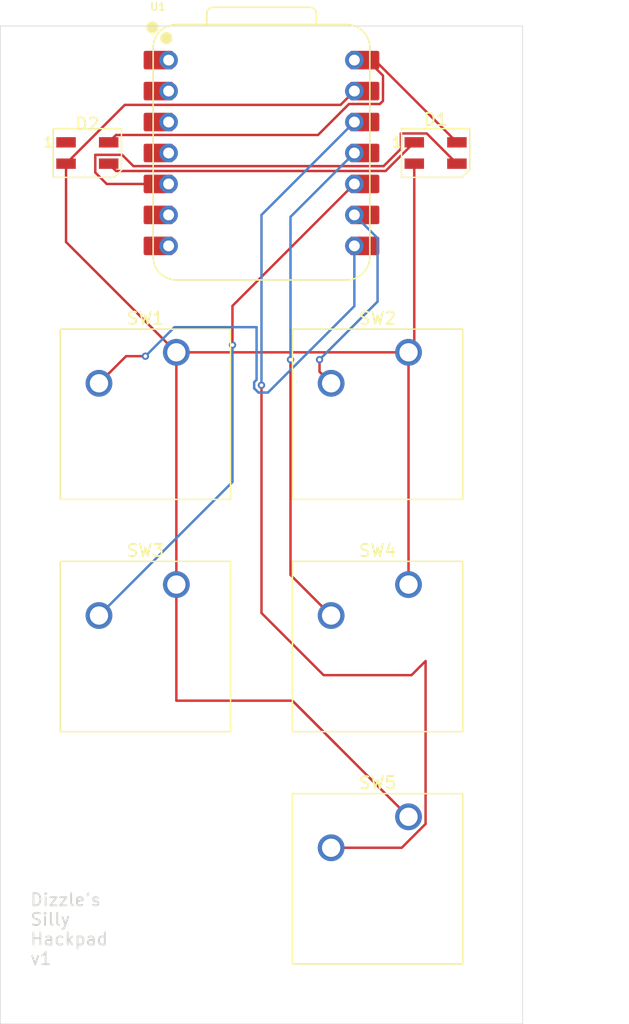
<source format=kicad_pcb>
(kicad_pcb (version 20241229) (generator "pcbnew") (generator_version "9.0")
  (layers (0 "F.Cu" signal) (2 "B.Cu" signal) (13 "F.Paste" user) (15 "B.Paste" user) (5 "F.SilkS" user "F.Silkscreen") (7 "B.SilkS" user "B.Silkscreen") (1 "F.Mask" user) (3 "B.Mask" user) (25 "Edge.Cuts" user))
  (net 0 "")
  (net 1 "Net-(D1-DIN)")
  (net 2 "GND")
  (net 3 "Net-(D1-DOUT)")
  (net 4 "+5V")
  (net 6 "Net-(U1-GPIO1{slash}RX)")
  (net 7 "Net-(U1-GPIO2{slash}SCK)")
  (net 8 "Net-(U1-GPIO4{slash}MISO)")
  (net 9 "Net-(U1-GPIO3{slash}MOSI)")
  (net 10 "Net-(U1-3V3)")
  (footprint "LED_SMD:LED_SK6812MINI_PLCC4_3.5x3.5mm_P1.75mm" (layer "F.Cu") (at 147.6375 83.34375)
    (property "Reference" "D2" (at 0 -2.38125 0) (layer "F.SilkS"))
    (property "Value" "SK6812MINI")
    (fp_line (start -2.8 -2) (end -2.8 2) (stroke (width 0.12)) (layer "F.SilkS"))
    (fp_line (start -2.8 -2) (end 2.8 -2) (stroke (width 0.12)) (layer "F.SilkS"))
    (fp_line (start -2.8 2) (end 2.2 2) (stroke (width 0.12)) (layer "F.SilkS"))
    (fp_line (start 2.8 1.4) (end 2.2 2) (stroke (width 0.12)) (layer "F.SilkS"))
    (fp_line (start 2.8 1.4) (end 2.8 -2) (stroke (width 0.12)) (layer "F.SilkS"))
    (fp_text user "1" (at -3.2 -0.875 0) (layer "F.SilkS") (effects (font (size 0.8 0.8))))
    (pad "1" smd rect (at -1.75 -0.875) (size 1.6 0.85) (layers "F.Cu" "F.Mask" "F.Paste"))
    (pad "2" smd rect (at -1.75 0.875) (size 1.6 0.85) (layers "F.Cu" "F.Mask" "F.Paste") (net 2 "GND"))
    (pad "3" smd rect (at 1.75 0.875) (size 1.6 0.85) (layers "F.Cu" "F.Mask" "F.Paste") (net 3 "Net-(D1-DOUT)"))
    (pad "4" smd rect (at 1.75 -0.875) (size 1.6 0.85) (layers "F.Cu" "F.Mask" "F.Paste") (net 4 "+5V"))
  )
  (footprint "Button_Switch_Keyboard:SW_Cherry_MX_1.00u_PCB" (layer "F.Cu") (at 154.94 118.745)
    (property "Reference" "SW3" (at -2.54 -2.794 0) (layer "F.SilkS"))
    (property "Value" "SW_Push")
    (fp_line (start -9.525 -1.905) (end 4.445 -1.905) (stroke (width 0.12)) (layer "F.SilkS"))
    (fp_line (start -9.525 12.065) (end -9.525 -1.905) (stroke (width 0.12)) (layer "F.SilkS"))
    (fp_line (start 4.445 -1.905) (end 4.445 12.065) (stroke (width 0.12)) (layer "F.SilkS"))
    (fp_line (start 4.445 12.065) (end -9.525 12.065) (stroke (width 0.12)) (layer "F.SilkS"))
    (pad "" np_thru_hole circle (at -7.62 5.08) (size 1.7 1.7) (drill 1.7) (layers "*.Cu" "*.Mask"))
    (pad "" np_thru_hole circle (at -2.54 5.08) (size 4 4) (drill 4) (layers "*.Cu" "*.Mask"))
    (pad "" np_thru_hole circle (at 2.54 5.08) (size 1.7 1.7) (drill 1.7) (layers "*.Cu" "*.Mask"))
    (pad "1" thru_hole circle (at 0 0) (size 2.2 2.2) (drill 1.5) (layers "*.Cu" "*.Mask") (net 2 "GND"))
    (pad "2" thru_hole circle (at -6.35 2.54) (size 2.2 2.2) (drill 1.5) (layers "*.Cu" "*.Mask") (net 8 "Net-(U1-GPIO4{slash}MISO)"))
  )
  (footprint "LED_SMD:LED_SK6812MINI_PLCC4_3.5x3.5mm_P1.75mm" (layer "F.Cu") (at 176.2125 83.34375)
    (property "Reference" "D1" (at 0 -2.75 0) (layer "F.SilkS"))
    (property "Value" "SK6812MINI")
    (fp_line (start -2.8 -2) (end -2.8 2) (stroke (width 0.12)) (layer "F.SilkS"))
    (fp_line (start -2.8 -2) (end 2.8 -2) (stroke (width 0.12)) (layer "F.SilkS"))
    (fp_line (start -2.8 2) (end 2.2 2) (stroke (width 0.12)) (layer "F.SilkS"))
    (fp_line (start 2.8 1.4) (end 2.2 2) (stroke (width 0.12)) (layer "F.SilkS"))
    (fp_line (start 2.8 1.4) (end 2.8 -2) (stroke (width 0.12)) (layer "F.SilkS"))
    (fp_text user "1" (at -3.2 -0.875 0) (layer "F.SilkS") (effects (font (size 0.8 0.8))))
    (pad "1" smd rect (at -1.75 -0.875) (size 1.6 0.85) (layers "F.Cu" "F.Mask" "F.Paste") (net 3 "Net-(D1-DOUT)"))
    (pad "2" smd rect (at -1.75 0.875) (size 1.6 0.85) (layers "F.Cu" "F.Mask" "F.Paste") (net 2 "GND"))
    (pad "3" smd rect (at 1.75 0.875) (size 1.6 0.85) (layers "F.Cu" "F.Mask" "F.Paste") (net 1 "Net-(D1-DIN)"))
    (pad "4" smd rect (at 1.75 -0.875) (size 1.6 0.85) (layers "F.Cu" "F.Mask" "F.Paste") (net 4 "+5V"))
  )
  (footprint "Button_Switch_Keyboard:SW_Cherry_MX_1.00u_PCB" (layer "F.Cu") (at 173.99 99.695)
    (property "Reference" "SW2" (at -2.54 -2.794 0) (layer "F.SilkS"))
    (property "Value" "SW_Push")
    (fp_line (start -9.525 -1.905) (end 4.445 -1.905) (stroke (width 0.12)) (layer "F.SilkS"))
    (fp_line (start -9.525 12.065) (end -9.525 -1.905) (stroke (width 0.12)) (layer "F.SilkS"))
    (fp_line (start 4.445 -1.905) (end 4.445 12.065) (stroke (width 0.12)) (layer "F.SilkS"))
    (fp_line (start 4.445 12.065) (end -9.525 12.065) (stroke (width 0.12)) (layer "F.SilkS"))
    (pad "" np_thru_hole circle (at -7.62 5.08) (size 1.7 1.7) (drill 1.7) (layers "*.Cu" "*.Mask"))
    (pad "" np_thru_hole circle (at -2.54 5.08) (size 4 4) (drill 4) (layers "*.Cu" "*.Mask"))
    (pad "" np_thru_hole circle (at 2.54 5.08) (size 1.7 1.7) (drill 1.7) (layers "*.Cu" "*.Mask"))
    (pad "1" thru_hole circle (at 0 0) (size 2.2 2.2) (drill 1.5) (layers "*.Cu" "*.Mask") (net 2 "GND"))
    (pad "2" thru_hole circle (at -6.35 2.54) (size 2.2 2.2) (drill 1.5) (layers "*.Cu" "*.Mask") (net 7 "Net-(U1-GPIO2{slash}SCK)"))
  )
  (footprint "Button_Switch_Keyboard:SW_Cherry_MX_1.00u_PCB" (layer "F.Cu") (at 173.99 137.795)
    (property "Reference" "SW5" (at -2.54 -2.794 0) (layer "F.SilkS"))
    (property "Value" "SW_Push")
    (fp_line (start -9.525 -1.905) (end 4.445 -1.905) (stroke (width 0.12)) (layer "F.SilkS"))
    (fp_line (start -9.525 12.065) (end -9.525 -1.905) (stroke (width 0.12)) (layer "F.SilkS"))
    (fp_line (start 4.445 -1.905) (end 4.445 12.065) (stroke (width 0.12)) (layer "F.SilkS"))
    (fp_line (start 4.445 12.065) (end -9.525 12.065) (stroke (width 0.12)) (layer "F.SilkS"))
    (pad "" np_thru_hole circle (at -7.62 5.08) (size 1.7 1.7) (drill 1.7) (layers "*.Cu" "*.Mask"))
    (pad "" np_thru_hole circle (at -2.54 5.08) (size 4 4) (drill 4) (layers "*.Cu" "*.Mask"))
    (pad "" np_thru_hole circle (at 2.54 5.08) (size 1.7 1.7) (drill 1.7) (layers "*.Cu" "*.Mask"))
    (pad "1" thru_hole circle (at 0 0) (size 2.2 2.2) (drill 1.5) (layers "*.Cu" "*.Mask") (net 2 "GND"))
    (pad "2" thru_hole circle (at -6.35 2.54) (size 2.2 2.2) (drill 1.5) (layers "*.Cu" "*.Mask") (net 10 "Net-(U1-3V3)"))
  )
  (footprint "OPL:XIAO-RP2040-DIP" (layer "F.Cu") (at 161.925 83.34375)
    (property "Reference" "U1" (at -8.5 -12 0) (layer "F.SilkS") (effects (font (size 0.635 0.635) (thickness 0.1016))))
    (property "Value" "XIAO-RP2040-DIP")
    (fp_line (start -8.89 8.509) (end -8.89 -8.636) (stroke (width 0.127)) (layer "F.SilkS"))
    (fp_line (start -6.985 10.414) (end 6.985 10.414) (stroke (width 0.127)) (layer "F.SilkS"))
    (fp_line (start -4.495 -10.541) (end -4.491272 -11.451272) (stroke (width 0.127)) (layer "F.SilkS"))
    (fp_line (start -3.991272 -11.951) (end 4.004 -11.951) (stroke (width 0.127)) (layer "F.SilkS"))
    (fp_line (start 4.504 -11.451) (end 4.504 -10.541) (stroke (width 0.127)) (layer "F.SilkS"))
    (fp_line (start 6.985 -10.541) (end -6.985 -10.541) (stroke (width 0.1)) (layer "F.SilkS"))
    (fp_line (start 6.985 -10.541) (end -6.985 -10.541) (stroke (width 0.127)) (layer "F.SilkS"))
    (fp_line (start 8.89 8.509) (end 8.89 -8.636) (stroke (width 0.127)) (layer "F.SilkS"))
    (fp_arc (start -8.89 -8.636) (mid -8.332038 -9.983038) (end -6.985 -10.541) (stroke (width 0.127)) (layer "F.SilkS"))
    (fp_arc (start -6.985 10.414) (mid -8.332038 9.856038) (end -8.89 8.509) (stroke (width 0.127)) (layer "F.SilkS"))
    (fp_arc (start -4.491272 -11.451272) (mid -4.344728 -11.80464) (end -3.991272 -11.951) (stroke (width 0.127)) (layer "F.SilkS"))
    (fp_arc (start 4.004 -11.951) (mid 4.357553 -11.804553) (end 4.504 -11.451) (stroke (width 0.127)) (layer "F.SilkS"))
    (fp_arc (start 6.985 -10.541) (mid 8.332038 -9.983038) (end 8.89 -8.636) (stroke (width 0.127)) (layer "F.SilkS"))
    (fp_arc (start 8.89 8.509) (mid 8.332038 9.856038) (end 6.985 10.414) (stroke (width 0.127)) (layer "F.SilkS"))
    (fp_circle (center -8.95 -10.3) (end -8.95 -10.554) (stroke (width 0.5)) (fill yes) (layer "F.SilkS"))
    (fp_circle (center -7.807 -9.42) (end -7.807 -9.674) (stroke (width 0.5)) (fill yes) (layer "F.SilkS"))
    (pad "1" smd roundrect (at -8.455 -7.62 180) (size 2.432 1.524) (layers "F.Cu" "F.Mask") (roundrect_rratio 0.1))
    (pad "1" thru_hole circle (at -7.62 -7.62 180) (size 1.524 1.524) (drill 0.889) (layers "*.Cu" "*.Mask"))
    (pad "2" smd roundrect (at -8.455 -5.08 180) (size 2.432 1.524) (layers "F.Cu" "F.Mask") (roundrect_rratio 0.1))
    (pad "2" thru_hole circle (at -7.62 -5.08 180) (size 1.524 1.524) (drill 0.889) (layers "*.Cu" "*.Mask"))
    (pad "3" smd roundrect (at -8.455 -2.54 180) (size 2.432 1.524) (layers "F.Cu" "F.Mask") (roundrect_rratio 0.1))
    (pad "3" thru_hole circle (at -7.62 -2.54 180) (size 1.524 1.524) (drill 0.889) (layers "*.Cu" "*.Mask"))
    (pad "4" smd roundrect (at -8.455 0 180) (size 2.432 1.524) (layers "F.Cu" "F.Mask") (roundrect_rratio 0.1))
    (pad "4" thru_hole circle (at -7.62 0 180) (size 1.524 1.524) (drill 0.889) (layers "*.Cu" "*.Mask"))
    (pad "5" smd roundrect (at -8.455 2.54 180) (size 2.432 1.524) (layers "F.Cu" "F.Mask") (roundrect_rratio 0.1) (net 1 "Net-(D1-DIN)"))
    (pad "5" thru_hole circle (at -7.62 2.54 180) (size 1.524 1.524) (drill 0.889) (layers "*.Cu" "*.Mask") (net 1 "Net-(D1-DIN)"))
    (pad "6" smd roundrect (at -8.455 5.08 180) (size 2.432 1.524) (layers "F.Cu" "F.Mask") (roundrect_rratio 0.1))
    (pad "6" thru_hole circle (at -7.62 5.08 180) (size 1.524 1.524) (drill 0.889) (layers "*.Cu" "*.Mask"))
    (pad "7" smd roundrect (at -8.455 7.62 180) (size 2.432 1.524) (layers "F.Cu" "F.Mask") (roundrect_rratio 0.1))
    (pad "7" thru_hole circle (at -7.62 7.62 180) (size 1.524 1.524) (drill 0.889) (layers "*.Cu" "*.Mask"))
    (pad "8" thru_hole circle (at 7.62 7.62) (size 1.524 1.524) (drill 0.889) (layers "*.Cu" "*.Mask") (net 6 "Net-(U1-GPIO1{slash}RX)"))
    (pad "8" smd roundrect (at 8.455 7.62) (size 2.432 1.524) (layers "F.Cu" "F.Mask") (roundrect_rratio 0.1) (net 6 "Net-(U1-GPIO1{slash}RX)"))
    (pad "9" thru_hole circle (at 7.62 5.08) (size 1.524 1.524) (drill 0.889) (layers "*.Cu" "*.Mask") (net 7 "Net-(U1-GPIO2{slash}SCK)"))
    (pad "9" smd roundrect (at 8.455 5.08) (size 2.432 1.524) (layers "F.Cu" "F.Mask") (roundrect_rratio 0.1) (net 7 "Net-(U1-GPIO2{slash}SCK)"))
    (pad "10" thru_hole circle (at 7.62 2.54) (size 1.524 1.524) (drill 0.889) (layers "*.Cu" "*.Mask") (net 8 "Net-(U1-GPIO4{slash}MISO)"))
    (pad "10" smd roundrect (at 8.455 2.54) (size 2.432 1.524) (layers "F.Cu" "F.Mask") (roundrect_rratio 0.1) (net 8 "Net-(U1-GPIO4{slash}MISO)"))
    (pad "11" thru_hole circle (at 7.62 0) (size 1.524 1.524) (drill 0.889) (layers "*.Cu" "*.Mask") (net 9 "Net-(U1-GPIO3{slash}MOSI)"))
    (pad "11" smd roundrect (at 8.455 0) (size 2.432 1.524) (layers "F.Cu" "F.Mask") (roundrect_rratio 0.1) (net 9 "Net-(U1-GPIO3{slash}MOSI)"))
    (pad "12" thru_hole circle (at 7.62 -2.54) (size 1.524 1.524) (drill 0.889) (layers "*.Cu" "*.Mask") (net 10 "Net-(U1-3V3)"))
    (pad "12" smd roundrect (at 8.455 -2.54) (size 2.432 1.524) (layers "F.Cu" "F.Mask") (roundrect_rratio 0.1) (net 10 "Net-(U1-3V3)"))
    (pad "13" thru_hole circle (at 7.62 -5.08) (size 1.524 1.524) (drill 0.889) (layers "*.Cu" "*.Mask") (net 2 "GND"))
    (pad "13" smd roundrect (at 8.455 -5.08) (size 2.432 1.524) (layers "F.Cu" "F.Mask") (roundrect_rratio 0.1) (net 2 "GND"))
    (pad "14" thru_hole circle (at 7.62 -7.62) (size 1.524 1.524) (drill 0.889) (layers "*.Cu" "*.Mask") (net 4 "+5V"))
    (pad "14" smd roundrect (at 8.455 -7.62) (size 2.432 1.524) (layers "F.Cu" "F.Mask") (roundrect_rratio 0.1) (net 4 "+5V"))
  )
  (footprint "Button_Switch_Keyboard:SW_Cherry_MX_1.00u_PCB" (layer "F.Cu") (at 173.99 118.745)
    (property "Reference" "SW4" (at -2.54 -2.794 0) (layer "F.SilkS"))
    (property "Value" "SW_Push")
    (fp_line (start -9.525 -1.905) (end 4.445 -1.905) (stroke (width 0.12)) (layer "F.SilkS"))
    (fp_line (start -9.525 12.065) (end -9.525 -1.905) (stroke (width 0.12)) (layer "F.SilkS"))
    (fp_line (start 4.445 -1.905) (end 4.445 12.065) (stroke (width 0.12)) (layer "F.SilkS"))
    (fp_line (start 4.445 12.065) (end -9.525 12.065) (stroke (width 0.12)) (layer "F.SilkS"))
    (pad "" np_thru_hole circle (at -7.62 5.08) (size 1.7 1.7) (drill 1.7) (layers "*.Cu" "*.Mask"))
    (pad "" np_thru_hole circle (at -2.54 5.08) (size 4 4) (drill 4) (layers "*.Cu" "*.Mask"))
    (pad "" np_thru_hole circle (at 2.54 5.08) (size 1.7 1.7) (drill 1.7) (layers "*.Cu" "*.Mask"))
    (pad "1" thru_hole circle (at 0 0) (size 2.2 2.2) (drill 1.5) (layers "*.Cu" "*.Mask") (net 2 "GND"))
    (pad "2" thru_hole circle (at -6.35 2.54) (size 2.2 2.2) (drill 1.5) (layers "*.Cu" "*.Mask") (net 9 "Net-(U1-GPIO3{slash}MOSI)"))
  )
  (footprint "Button_Switch_Keyboard:SW_Cherry_MX_1.00u_PCB" (layer "F.Cu") (at 154.94 99.695)
    (property "Reference" "SW1" (at -2.54 -2.794 0) (layer "F.SilkS"))
    (property "Value" "SW_Push")
    (fp_line (start -9.525 -1.905) (end 4.445 -1.905) (stroke (width 0.12)) (layer "F.SilkS"))
    (fp_line (start -9.525 12.065) (end -9.525 -1.905) (stroke (width 0.12)) (layer "F.SilkS"))
    (fp_line (start 4.445 -1.905) (end 4.445 12.065) (stroke (width 0.12)) (layer "F.SilkS"))
    (fp_line (start 4.445 12.065) (end -9.525 12.065) (stroke (width 0.12)) (layer "F.SilkS"))
    (pad "" np_thru_hole circle (at -7.62 5.08) (size 1.7 1.7) (drill 1.7) (layers "*.Cu" "*.Mask"))
    (pad "" np_thru_hole circle (at -2.54 5.08) (size 4 4) (drill 4) (layers "*.Cu" "*.Mask"))
    (pad "" np_thru_hole circle (at 2.54 5.08) (size 1.7 1.7) (drill 1.7) (layers "*.Cu" "*.Mask"))
    (pad "1" thru_hole circle (at 0 0) (size 2.2 2.2) (drill 1.5) (layers "*.Cu" "*.Mask") (net 2 "GND"))
    (pad "2" thru_hole circle (at -6.35 2.54) (size 2.2 2.2) (drill 1.5) (layers "*.Cu" "*.Mask") (net 6 "Net-(U1-GPIO1{slash}RX)"))
  )
  (gr_rect (start 140.49375 72.92975) (end 183.35625 154.78125) (stroke (width 0.05)) (fill no) (layer "Edge.Cuts"))
  (gr_text "Dizzle's\nSilly\nHackpad\nv1" (at 142.875 150.01875 0) (layer "Edge.Cuts") (effects (font (size 1 1)) (justify left bottom)))
  (segment (start 151.4155 84.41975) (end 171.9444 84.41975) (width 0.2) (layer "F.Cu") (net 1))
  (segment (start 173.3615 81.74275) (end 175.4865 81.74275) (width 0.2) (layer "F.Cu") (net 1))
  (segment (start 171.9444 84.41975) (end 173.3615 83.00265) (width 0.2) (layer "F.Cu") (net 1))
  (segment (start 149.2255 85.88375) (end 148.2865 84.94475) (width 0.2) (layer "F.Cu") (net 1))
  (segment (start 148.2865 84.94475) (end 148.2865 83.49275) (width 0.2) (layer "F.Cu") (net 1))
  (segment (start 153.47 85.88375) (end 149.2255 85.88375) (width 0.2) (layer "F.Cu") (net 1))
  (segment (start 148.2865 83.49275) (end 150.4885 83.49275) (width 0.2) (layer "F.Cu") (net 1))
  (segment (start 173.3615 83.00265) (end 173.3615 81.74275) (width 0.2) (layer "F.Cu") (net 1))
  (segment (start 150.4885 83.49275) (end 151.4155 84.41975) (width 0.2) (layer "F.Cu") (net 1))
  (segment (start 175.4865 81.74275) (end 177.9625 84.21875) (width 0.2) (layer "F.Cu") (net 1))
  (segment (start 174.4625 84.21875) (end 174.4625 99.2225) (width 0.2) (layer "F.Cu") (net 2))
  (segment (start 174.4625 99.2225) (end 173.99 99.695) (width 0.2) (layer "F.Cu") (net 2))
  (segment (start 154.94 99.695) (end 154.94 118.745) (width 0.2) (layer "F.Cu") (net 2))
  (segment (start 168.412376 79.396374) (end 169.545 78.26375) (width 0.2) (layer "F.Cu") (net 2))
  (segment (start 173.99 99.695) (end 154.94 99.695) (width 0.2) (layer "F.Cu") (net 2))
  (segment (start 154.94 128.27) (end 164.465 128.27) (width 0.2) (layer "F.Cu") (net 2))
  (segment (start 168.11625 131.92125) (end 173.99 137.795) (width 0.2) (layer "F.Cu") (net 2))
  (segment (start 150.709876 79.396374) (end 168.412376 79.396374) (width 0.2) (layer "F.Cu") (net 2))
  (segment (start 145.8875 84.21875) (end 150.709876 79.396374) (width 0.2) (layer "F.Cu") (net 2))
  (segment (start 173.99 99.695) (end 173.99 118.745) (width 0.2) (layer "F.Cu") (net 2))
  (segment (start 168.11625 131.92125) (end 164.544375 128.349375) (width 0.2) (layer "F.Cu") (net 2))
  (segment (start 145.8875 90.6425) (end 145.8875 84.21875) (width 0.2) (layer "F.Cu") (net 2))
  (segment (start 154.94 99.695) (end 145.8875 90.6425) (width 0.2) (layer "F.Cu") (net 2))
  (segment (start 164.465 128.27) (end 168.11625 131.92125) (width 0.2) (layer "F.Cu") (net 2))
  (segment (start 154.94 118.745) (end 154.94 128.27) (width 0.2) (layer "F.Cu") (net 2))
  (segment (start 149.9895 84.82075) (end 149.3875 84.21875) (width 0.2) (layer "F.Cu") (net 3))
  (segment (start 172.1105 84.82075) (end 149.9895 84.82075) (width 0.2) (layer "F.Cu") (net 3))
  (segment (start 174.4625 82.46875) (end 172.1105 84.82075) (width 0.2) (layer "F.Cu") (net 3))
  (segment (start 170.62263 75.72375) (end 171.897 76.99812) (width 0.2) (layer "F.Cu") (net 4))
  (segment (start 171.897 79.065376) (end 171.635626 79.32675) (width 0.2) (layer "F.Cu") (net 4))
  (segment (start 171.2175 75.72375) (end 169.545 75.72375) (width 0.2) (layer "F.Cu") (net 4))
  (segment (start 171.897 76.99812) (end 171.897 79.065376) (width 0.2) (layer "F.Cu") (net 4))
  (segment (start 169.545 75.72375) (end 170.62263 75.72375) (width 0.2) (layer "F.Cu") (net 4))
  (segment (start 169.10469 79.32675) (end 166.56469 81.86675) (width 0.2) (layer "F.Cu") (net 4))
  (segment (start 171.635626 79.32675) (end 169.10469 79.32675) (width 0.2) (layer "F.Cu") (net 4))
  (segment (start 166.56469 81.86675) (end 149.9895 81.86675) (width 0.2) (layer "F.Cu") (net 4))
  (segment (start 177.9625 82.46875) (end 171.2175 75.72375) (width 0.2) (layer "F.Cu") (net 4))
  (segment (start 149.9895 81.86675) (end 149.3875 82.46875) (width 0.2) (layer "F.Cu") (net 4))
  (segment (start 150.8125 100.0125) (end 152.4 100.0125) (width 0.2) (layer "F.Cu") (net 6))
  (segment (start 148.59 102.235) (end 150.8125 100.0125) (width 0.2) (layer "F.Cu") (net 6))
  (via (at 152.4 100.0125) (size 0.6) (drill 0.3) (layers "F.Cu" "B.Cu") (net 6))
  (segment (start 161.324 102.642693) (end 161.676057 102.99475) (width 0.2) (layer "B.Cu") (net 6))
  (segment (start 161.524 97.63125) (end 161.524 101.944807) (width 0.2) (layer "B.Cu") (net 6))
  (segment (start 169.545 95.906193) (end 169.545 90.96375) (width 0.2) (layer "B.Cu") (net 6))
  (segment (start 154.78125 97.63125) (end 161.524 97.63125) (width 0.2) (layer "B.Cu") (net 6))
  (segment (start 161.676057 102.99475) (end 162.456443 102.99475) (width 0.2) (layer "B.Cu") (net 6))
  (segment (start 152.4 100.0125) (end 154.78125 97.63125) (width 0.2) (layer "B.Cu") (net 6))
  (segment (start 161.524 101.944807) (end 161.324 102.144807) (width 0.2) (layer "B.Cu") (net 6))
  (segment (start 161.324 102.144807) (end 161.324 102.642693) (width 0.2) (layer "B.Cu") (net 6))
  (segment (start 162.456443 102.99475) (end 169.545 95.906193) (width 0.2) (layer "B.Cu") (net 6))
  (segment (start 166.6875 101.2825) (end 166.6875 100.295) (width 0.2) (layer "F.Cu") (net 7))
  (segment (start 167.64 102.235) (end 166.6875 101.2825) (width 0.2) (layer "F.Cu") (net 7))
  (via (at 166.6875 100.295) (size 0.6) (drill 0.3) (layers "F.Cu" "B.Cu") (net 7))
  (segment (start 166.6875 100.295) (end 171.45 95.5325) (width 0.2) (layer "B.Cu") (net 7))
  (segment (start 171.45 95.5325) (end 171.45 90.32875) (width 0.2) (layer "B.Cu") (net 7))
  (segment (start 171.45 90.32875) (end 169.545 88.42375) (width 0.2) (layer "B.Cu") (net 7))
  (segment (start 159.54375 95.885) (end 159.54375 99.095) (width 0.2) (layer "F.Cu") (net 8))
  (segment (start 169.545 85.88375) (end 159.54375 95.885) (width 0.2) (layer "F.Cu") (net 8))
  (via (at 159.54375 99.095) (size 0.6) (drill 0.3) (layers "F.Cu" "B.Cu") (net 8))
  (segment (start 159.54375 99.095) (end 159.54375 110.33125) (width 0.2) (layer "B.Cu") (net 8))
  (segment (start 159.54375 110.33125) (end 148.59 121.285) (width 0.2) (layer "B.Cu") (net 8))
  (segment (start 164.30625 117.95125) (end 164.30625 100.295) (width 0.2) (layer "F.Cu") (net 9))
  (segment (start 167.64 121.285) (end 164.30625 117.95125) (width 0.2) (layer "F.Cu") (net 9))
  (via (at 164.30625 100.295) (size 0.6) (drill 0.3) (layers "F.Cu" "B.Cu") (net 9))
  (segment (start 164.30625 88.5825) (end 169.545 83.34375) (width 0.2) (layer "B.Cu") (net 9))
  (segment (start 164.30625 100.295) (end 164.30625 88.5825) (width 0.2) (layer "B.Cu") (net 9))
  (segment (start 174.23447 126.176) (end 167.02253 126.176) (width 0.2) (layer "F.Cu") (net 10))
  (segment (start 167.02253 126.176) (end 161.925 121.07847) (width 0.2) (layer "F.Cu") (net 10))
  (segment (start 175.391 138.375314) (end 175.391 125.01947) (width 0.2) (layer "F.Cu") (net 10))
  (segment (start 161.925 121.07847) (end 161.925 102.39375) (width 0.2) (layer "F.Cu") (net 10))
  (segment (start 173.431314 140.335) (end 175.391 138.375314) (width 0.2) (layer "F.Cu") (net 10))
  (segment (start 175.391 125.01947) (end 174.23447 126.176) (width 0.2) (layer "F.Cu") (net 10))
  (segment (start 167.64 140.335) (end 173.431314 140.335) (width 0.2) (layer "F.Cu") (net 10))
  (via (at 161.925 102.39375) (size 0.6) (drill 0.3) (layers "F.Cu" "B.Cu") (net 10))
  (segment (start 161.925 88.42375) (end 169.545 80.80375) (width 0.2) (layer "B.Cu") (net 10))
  (segment (start 161.925 102.39375) (end 161.925 88.42375) (width 0.2) (layer "B.Cu") (net 10))
)
</source>
